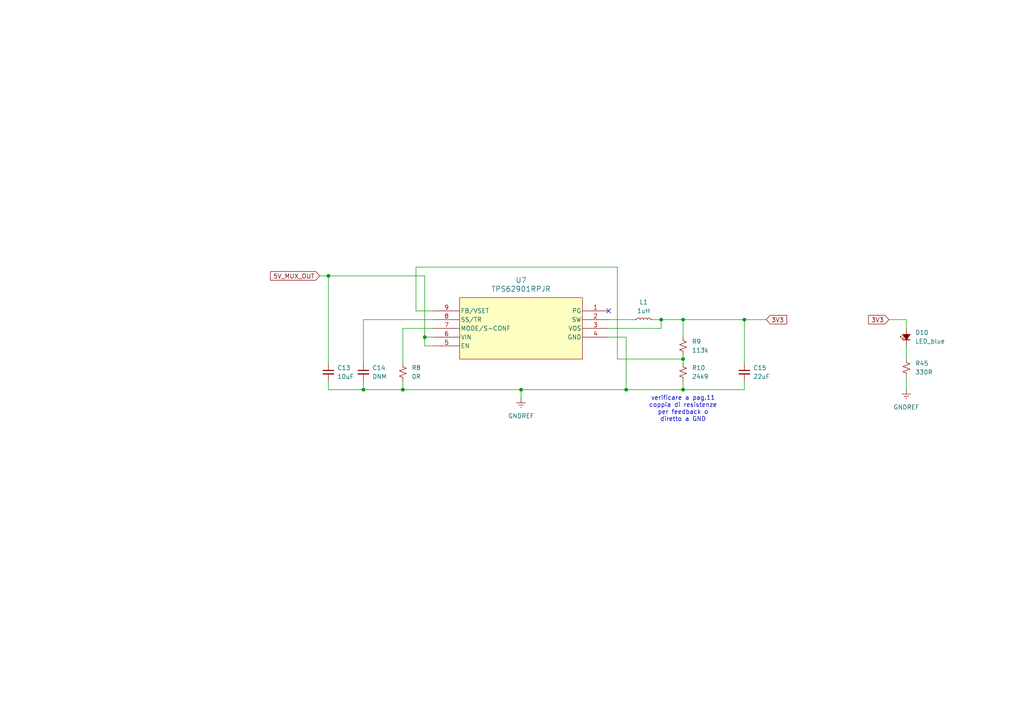
<source format=kicad_sch>
(kicad_sch (version 20250114) (generator "eeschema") (generator_version "9.0")
  (paper "A4")
  (lib_symbols
    (symbol "Device:C_Small" (pin_numbers (hide yes)) (pin_names (offset 0.254) (hide yes))
      (property "Reference" "C" (at 0.254 1.778 0))
      (property "Value" "C_Small" (at 0.254 -2.032 0))
      (symbol "C_Small_0_1"
        (polyline (pts (xy -1.524 0.508) (xy 1.524 0.508)) (stroke (width 0.3048)))
        (polyline (pts (xy -1.524 -0.508) (xy 1.524 -0.508)) (stroke (width 0.3302)))
      )
      (symbol "C_Small_1_1"
        (pin passive line (at 0 2.54 270) (length 2.032) (name "~") (number "1"))
        (pin passive line (at 0 -2.54 90) (length 2.032) (name "~") (number "2"))
      )
    )
    (symbol "Device:LED_Small_Filled" (pin_numbers (hide yes)) (pin_names (offset 0.254) (hide yes))
      (property "Reference" "D" (at -1.27 3.175 0))
      (property "Value" "LED_Small_Filled" (at -4.445 -2.54 0))
      (symbol "LED_Small_Filled_0_1"
        (polyline (pts (xy -0.762 -1.016) (xy -0.762 1.016)) (stroke (width 0.254)))
        (polyline (pts (xy 0 0.762) (xy -0.508 1.27) (xy -0.254 1.27) (xy -0.508 1.27) (xy -0.508 1.016)))
        (polyline (pts (xy 0.508 1.27) (xy 0 1.778) (xy 0.254 1.778) (xy 0 1.778) (xy 0 1.524)))
        (polyline (pts (xy 0.762 -1.016) (xy -0.762 0) (xy 0.762 1.016) (xy 0.762 -1.016)) (stroke (width 0.254)) (fill (type outline)))
        (polyline (pts (xy 1.016 0) (xy -0.762 0)))
      )
      (symbol "LED_Small_Filled_1_1"
        (pin passive line (at -2.54 0 0) (length 1.778) (name "K") (number "1"))
        (pin passive line (at 2.54 0 180) (length 1.778) (name "A") (number "2"))
      )
    )
    (symbol "Device:L_Small" (pin_numbers (hide yes)) (pin_names (offset 0.254) (hide yes))
      (property "Reference" "L" (at 0.762 1.016 0))
      (property "Value" "L_Small" (at 0.762 -1.016 0))
      (symbol "L_Small_0_1"
        (arc (start 0 2.032) (mid 0.5058 1.524) (end 0 1.016))
        (arc (start 0 1.016) (mid 0.5058 0.508) (end 0 0))
        (arc (start 0 0) (mid 0.5058 -0.508) (end 0 -1.016))
        (arc (start 0 -1.016) (mid 0.5058 -1.524) (end 0 -2.032))
      )
      (symbol "L_Small_1_1"
        (pin passive line (at 0 2.54 270) (length 0.508) (name "~") (number "1"))
        (pin passive line (at 0 -2.54 90) (length 0.508) (name "~") (number "2"))
      )
    )
    (symbol "Device:R_Small_US" (pin_numbers (hide yes)) (pin_names (offset 0.254) (hide yes))
      (property "Reference" "R" (at 0.762 0.508 0))
      (property "Value" "R_Small_US" (at 0.762 -1.016 0))
      (symbol "R_Small_US_1_1"
        (polyline (pts (xy 0 1.524) (xy 1.016 1.143) (xy 0 0.762) (xy -1.016 0.381) (xy 0 0)))
        (polyline (pts (xy 0 0) (xy 1.016 -0.381) (xy 0 -0.762) (xy -1.016 -1.143) (xy 0 -1.524)))
        (pin passive line (at 0 2.54 270) (length 1.016) (name "~") (number "1"))
        (pin passive line (at 0 -2.54 90) (length 1.016) (name "~") (number "2"))
      )
    )
    (symbol "Regulator_Switching:TPS62901RPJR" (pin_names (offset 0.254))
      (property "Reference" "U" (at 25.4 10.16 0))
      (property "Value" "TPS62901RPJR" (at 25.4 7.62 0))
      (symbol "TPS62901RPJR_0_1"
        (pin unspecified line (at 0 0 0) (length 7.62) (name "PG") (number "1"))
        (pin unspecified line (at 0 -2.54 0) (length 7.62) (name "SW") (number "2"))
        (pin unspecified line (at 0 -5.08 0) (length 7.62) (name "VOS") (number "3"))
        (pin power_out line (at 0 -7.62 0) (length 7.62) (name "GND") (number "4"))
        (pin unspecified line (at 50.8 0 180) (length 7.62) (name "FB/VSET") (number "9"))
        (pin unspecified line (at 50.8 -2.54 180) (length 7.62) (name "SS/TR") (number "8"))
        (pin unspecified line (at 50.8 -5.08 180) (length 7.62) (name "MODE/S-CONF") (number "7"))
        (pin unspecified line (at 50.8 -7.62 180) (length 7.62) (name "VIN") (number "6"))
        (pin unspecified line (at 50.8 -10.16 180) (length 7.62) (name "EN") (number "5"))
      )
      (symbol "TPS62901RPJR_1_1"
        (rectangle (start 7.62 3.81) (end 43.18 -13.97) (fill (type background)))
      )
    )
    (symbol "power:GNDREF" (power) (pin_numbers (hide yes)) (pin_names (offset 0) (hide yes))
      (property "Value" "GNDREF" (at 0 -3.81 0))
      (symbol "GNDREF_0_1"
        (polyline (pts (xy -0.635 -1.905) (xy 0.635 -1.905)))
        (polyline (pts (xy -0.127 -2.54) (xy 0.127 -2.54)))
        (polyline (pts (xy 0 -1.27) (xy 0 0)))
        (polyline (pts (xy 1.27 -1.27) (xy -1.27 -1.27)))
      )
      (symbol "GNDREF_1_1"
        (pin power_in line (at 0 0 270) (length 0) (name "~") (number "1"))
      )
    )
  )
  (text "verificare a pag.11\ncoppia di resistenze\nper feedback o\ndiretto a GND" (at 198.12 118.618 0) (effects (font (size 1.27 1.27))))
  (junction (at 191.77 92.71))
  (junction (at 215.9 92.71))
  (junction (at 95.25 80.01))
  (junction (at 105.41 113.03))
  (junction (at 116.84 113.03))
  (junction (at 151.13 113.03))
  (junction (at 181.61 113.03))
  (junction (at 123.19 97.79))
  (junction (at 198.12 104.14))
  (junction (at 198.12 92.71))
  (junction (at 198.12 113.03))
  (no_connect (at 176.53 90.17))
  (wire (pts (xy 125.73 100.33) (xy 123.19 100.33)))
  (wire (pts (xy 125.73 92.71) (xy 105.41 92.71)))
  (wire (pts (xy 179.07 104.14) (xy 198.12 104.14)))
  (wire (pts (xy 120.65 90.17) (xy 120.65 77.47)))
  (wire (pts (xy 95.25 113.03) (xy 105.41 113.03)))
  (wire (pts (xy 125.73 95.25) (xy 116.84 95.25)))
  (wire (pts (xy 176.53 95.25) (xy 191.77 95.25)))
  (wire (pts (xy 262.89 100.33) (xy 262.89 104.14)))
  (wire (pts (xy 189.23 92.71) (xy 191.77 92.71)))
  (wire (pts (xy 116.84 113.03) (xy 151.13 113.03)))
  (wire (pts (xy 116.84 110.49) (xy 116.84 113.03)))
  (wire (pts (xy 123.19 97.79) (xy 125.73 97.79)))
  (wire (pts (xy 151.13 113.03) (xy 151.13 115.57)))
  (wire (pts (xy 215.9 105.41) (xy 215.9 92.71)))
  (wire (pts (xy 257.81 92.71) (xy 262.89 92.71)))
  (wire (pts (xy 181.61 97.79) (xy 181.61 113.03)))
  (wire (pts (xy 198.12 113.03) (xy 215.9 113.03)))
  (wire (pts (xy 123.19 97.79) (xy 123.19 80.01)))
  (wire (pts (xy 215.9 113.03) (xy 215.9 110.49)))
  (wire (pts (xy 123.19 100.33) (xy 123.19 97.79)))
  (wire (pts (xy 116.84 95.25) (xy 116.84 105.41)))
  (wire (pts (xy 198.12 92.71) (xy 198.12 97.79)))
  (wire (pts (xy 198.12 104.14) (xy 198.12 105.41)))
  (wire (pts (xy 198.12 92.71) (xy 191.77 92.71)))
  (wire (pts (xy 198.12 102.87) (xy 198.12 104.14)))
  (wire (pts (xy 105.41 113.03) (xy 116.84 113.03)))
  (wire (pts (xy 176.53 97.79) (xy 181.61 97.79)))
  (wire (pts (xy 262.89 109.22) (xy 262.89 113.03)))
  (wire (pts (xy 95.25 80.01) (xy 123.19 80.01)))
  (wire (pts (xy 92.71 80.01) (xy 95.25 80.01)))
  (wire (pts (xy 176.53 92.71) (xy 184.15 92.71)))
  (wire (pts (xy 95.25 110.49) (xy 95.25 113.03)))
  (wire (pts (xy 191.77 95.25) (xy 191.77 92.71)))
  (wire (pts (xy 262.89 92.71) (xy 262.89 95.25)))
  (wire (pts (xy 120.65 77.47) (xy 179.07 77.47)))
  (wire (pts (xy 215.9 92.71) (xy 198.12 92.71)))
  (wire (pts (xy 125.73 90.17) (xy 120.65 90.17)))
  (wire (pts (xy 179.07 77.47) (xy 179.07 104.14)))
  (wire (pts (xy 198.12 110.49) (xy 198.12 113.03)))
  (wire (pts (xy 105.41 92.71) (xy 105.41 105.41)))
  (wire (pts (xy 215.9 92.71) (xy 222.25 92.71)))
  (wire (pts (xy 95.25 80.01) (xy 95.25 105.41)))
  (wire (pts (xy 105.41 110.49) (xy 105.41 113.03)))
  (wire (pts (xy 181.61 113.03) (xy 198.12 113.03)))
  (wire (pts (xy 151.13 113.03) (xy 181.61 113.03)))
  (global_label "3V3" (shape input) (at 222.25 92.71 0) (property "Intersheetrefs" "${INTERSHEET_REFS}" (effects (hide yes))))
  (global_label "5V_MUX_OUT" (shape input) (at 92.71 80.01 180) (property "Intersheetrefs" "${INTERSHEET_REFS}" (effects (hide yes))))
  (global_label "3V3" (shape input) (at 257.81 92.71 180) (property "Intersheetrefs" "${INTERSHEET_REFS}" (effects (hide yes))))
  (symbol (lib_id "Device:R_Small_US") (at 116.84 107.95 0) (unit 1)
    (property "Reference" "R8" (at 119.38 106.6799 0) (effects (justify left)))
    (property "Value" "0R" (at 119.38 109.2199 0) (effects (justify left)))
    (property "Description" "Resistor, small US symbol" (effects (hide yes)))
  )
  (symbol (lib_id "Device:R_Small_US") (at 262.89 106.68 0) (unit 1)
    (property "Reference" "R45" (at 265.43 105.4099 0) (effects (justify left)))
    (property "Value" "330R" (at 265.43 107.9499 0) (effects (justify left)))
    (property "Description" "Resistor, small US symbol" (effects (hide yes)))
  )
  (symbol (lib_id "Regulator_Switching:TPS62901RPJR") (at 176.53 90.17 0) (mirror y) (unit 1)
    (property "Reference" "U7" (at 151.13 81.28 0) (effects (font (size 1.524 1.524))))
    (property "Value" "TPS62901RPJR" (at 151.13 83.82 0) (effects (font (size 1.524 1.524))))
    (property "Footprint" "QFN_902RPJR_TEX" (effects (hide yes)))
    (property "Datasheet" "https://www.ti.com/lit/gpn/tps62901" (effects (hide yes)))
  )
  (symbol (lib_id "Device:C_Small") (at 215.9 107.95 0) (unit 1)
    (property "Reference" "C15" (at 218.44 106.6862 0) (effects (justify left)))
    (property "Value" "22uF" (at 218.44 109.2262 0) (effects (justify left)))
    (property "Description" "Unpolarized capacitor, small symbol" (effects (hide yes)))
  )
  (symbol (lib_id "Device:R_Small_US") (at 198.12 100.33 0) (unit 1)
    (property "Reference" "R9" (at 200.66 99.0599 0) (effects (justify left)))
    (property "Value" "113k" (at 200.66 101.5999 0) (effects (justify left)))
    (property "Description" "Resistor, small US symbol" (effects (hide yes)))
  )
  (symbol (lib_id "Device:C_Small") (at 105.41 107.95 0) (unit 1)
    (property "Reference" "C14" (at 107.95 106.6862 0) (effects (justify left)))
    (property "Value" "DNM" (at 107.95 109.2262 0) (effects (justify left)))
    (property "Description" "Unpolarized capacitor, small symbol" (effects (hide yes)))
  )
  (symbol (lib_id "power:GNDREF") (at 262.89 113.03 0) (unit 1)
    (property "Reference" "#PWR021" (effects (hide yes)))
    (property "Value" "GNDREF" (at 262.89 118.11 0))
    (property "Description" "Power symbol creates a global label with name \"GNDREF\" , reference supply ground" (effects (hide yes)))
  )
  (symbol (lib_id "Device:L_Small") (at 186.69 92.71 90) (unit 1)
    (property "Reference" "L1" (at 186.69 87.63 90))
    (property "Value" "1uH" (at 186.69 90.17 90))
    (property "Datasheet" "XGL4020-102; Coilcraft" (effects (hide yes)))
    (property "Description" "Inductor, small symbol" (effects (hide yes)))
  )
  (symbol (lib_id "power:GNDREF") (at 151.13 115.57 0) (unit 1)
    (property "Reference" "#PWR017" (effects (hide yes)))
    (property "Value" "GNDREF" (at 151.13 120.65 0))
    (property "Description" "Power symbol creates a global label with name \"GNDREF\" , reference supply ground" (effects (hide yes)))
  )
  (symbol (lib_id "Device:C_Small") (at 95.25 107.95 0) (unit 1)
    (property "Reference" "C13" (at 97.79 106.6862 0) (effects (justify left)))
    (property "Value" "10uF" (at 97.79 109.2262 0) (effects (justify left)))
    (property "Description" "Unpolarized capacitor, small symbol" (effects (hide yes)))
  )
  (symbol (lib_id "Device:R_Small_US") (at 198.12 107.95 0) (unit 1)
    (property "Reference" "R10" (at 200.66 106.6799 0) (effects (justify left)))
    (property "Value" "24k9" (at 200.66 109.2199 0) (effects (justify left)))
    (property "Description" "Resistor, small US symbol" (effects (hide yes)))
  )
  (symbol (lib_id "Device:LED_Small_Filled") (at 262.89 97.79 90) (unit 1)
    (property "Reference" "D10" (at 265.43 96.4564 90) (effects (justify right)))
    (property "Value" "LED_blue" (at 265.43 98.9964 90) (effects (justify right)))
    (property "Datasheet" "1mA circa, 0805" (effects (hide yes)))
    (property "Description" "Light emitting diode, small symbol, filled shape" (effects (hide yes)))
    (property "Sim.Pins" "1=K 2=A" (effects (hide yes)))
  )
)
</source>
